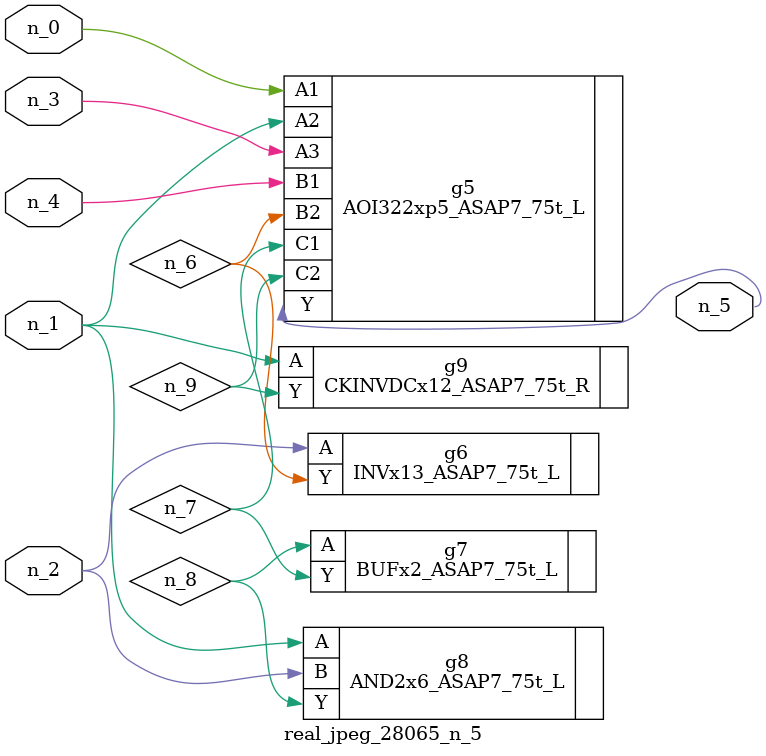
<source format=v>
module real_jpeg_28065_n_5 (n_4, n_0, n_1, n_2, n_3, n_5);

input n_4;
input n_0;
input n_1;
input n_2;
input n_3;

output n_5;

wire n_8;
wire n_6;
wire n_7;
wire n_9;

AOI322xp5_ASAP7_75t_L g5 ( 
.A1(n_0),
.A2(n_1),
.A3(n_3),
.B1(n_4),
.B2(n_6),
.C1(n_7),
.C2(n_9),
.Y(n_5)
);

AND2x6_ASAP7_75t_L g8 ( 
.A(n_1),
.B(n_2),
.Y(n_8)
);

CKINVDCx12_ASAP7_75t_R g9 ( 
.A(n_1),
.Y(n_9)
);

INVx13_ASAP7_75t_L g6 ( 
.A(n_2),
.Y(n_6)
);

BUFx2_ASAP7_75t_L g7 ( 
.A(n_8),
.Y(n_7)
);


endmodule
</source>
